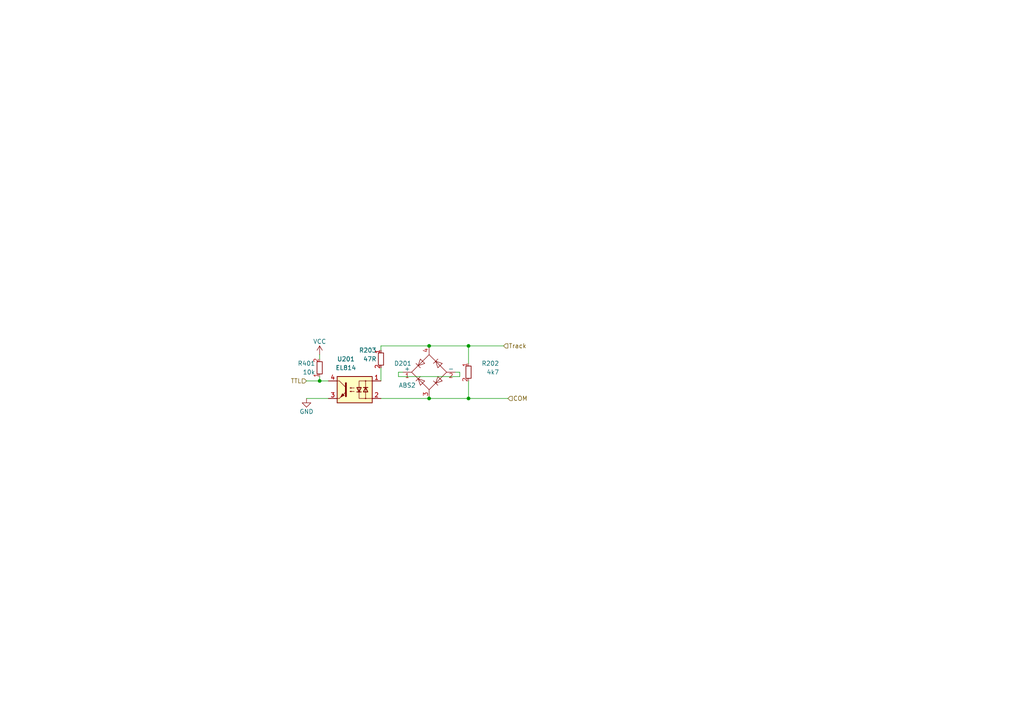
<source format=kicad_sch>
(kicad_sch (version 20231120) (generator "eeschema") (generator_version "8.0")
  (paper "A4")
  (lib_symbols
    (symbol "Diode_Bridge:ABS2" (pin_names (offset 0))
      (property "Reference" "D" (at 2.54 6.985 0))
      (property "Value" "ABS2" (at 2.54 5.08 0))
      (symbol "ABS2_0_1"
        (polyline (pts (xy -2.54 3.81) (xy -1.27 2.54)))
        (polyline (pts (xy -1.27 -2.54) (xy -2.54 -3.81)))
        (polyline (pts (xy 2.54 -1.27) (xy 3.81 -2.54)))
        (polyline (pts (xy 2.54 1.27) (xy 3.81 2.54)))
        (polyline (pts (xy -3.81 2.54) (xy -2.54 1.27) (xy -1.905 3.175) (xy -3.81 2.54)))
        (polyline (pts (xy -2.54 -1.27) (xy -3.81 -2.54) (xy -1.905 -3.175) (xy -2.54 -1.27)))
        (polyline (pts (xy 1.27 2.54) (xy 2.54 3.81) (xy 3.175 1.905) (xy 1.27 2.54)))
        (polyline (pts (xy 3.175 -1.905) (xy 1.27 -2.54) (xy 2.54 -3.81) (xy 3.175 -1.905)))
        (polyline (pts (xy -5.08 0) (xy 0 -5.08) (xy 5.08 0) (xy 0 5.08) (xy -5.08 0)))
      )
      (symbol "ABS2_1_1"
        (pin passive line (at 7.62 0 180) (length 2.54) (name "+") (number "1"))
        (pin passive line (at -7.62 0 0) (length 2.54) (name "-") (number "2"))
        (pin passive line (at 0 -7.62 90) (length 2.54) (name "~") (number "3"))
        (pin passive line (at 0 7.62 270) (length 2.54) (name "~") (number "4"))
      )
    )
    (symbol "custom_kicad_lib_sk:EL814S" (pin_names (offset 1.016))
      (property "Reference" "U" (at -5.334 4.826 0))
      (property "Value" "EL814" (at 0 5.08 0))
      (symbol "EL814S_0_1"
        (rectangle (start -5.08 3.81) (end 5.08 -3.81) (stroke (width 0.254)) (fill (type background)))
        (circle (center -3.175 -2.54) (radius 0.127))
        (circle (center -3.175 2.54) (radius 0.127))
        (polyline (pts (xy -3.81 0.635) (xy -2.54 0.635)) (stroke (width 0.254)))
        (polyline (pts (xy -3.175 -0.635) (xy -3.175 -2.54)))
        (polyline (pts (xy -3.175 0.635) (xy -3.175 -0.635)))
        (polyline (pts (xy -3.175 0.635) (xy -3.175 2.54)))
        (polyline (pts (xy -1.905 -0.635) (xy -0.635 -0.635)) (stroke (width 0.254)))
        (polyline (pts (xy -1.27 0.635) (xy -1.27 -0.635)))
        (polyline (pts (xy 2.54 0.635) (xy 4.445 2.54)))
        (polyline (pts (xy 4.445 -2.54) (xy 2.54 -0.635)) (fill (type outline)))
        (polyline (pts (xy 4.445 -2.54) (xy 5.08 -2.54)))
        (polyline (pts (xy 4.445 2.54) (xy 5.08 2.54)))
        (polyline (pts (xy -5.08 2.54) (xy -1.27 2.54) (xy -1.27 0.635)))
        (polyline (pts (xy -1.27 -0.635) (xy -1.27 -2.54) (xy -5.08 -2.54)))
        (polyline (pts (xy 2.54 1.905) (xy 2.54 -1.905) (xy 2.54 -1.905)) (stroke (width 0.508)))
        (polyline (pts (xy -3.175 0.635) (xy -3.81 -0.635) (xy -2.54 -0.635) (xy -3.175 0.635)) (stroke (width 0.254)))
        (polyline (pts (xy -1.27 -0.635) (xy -1.905 0.635) (xy -0.635 0.635) (xy -1.27 -0.635)) (stroke (width 0.254)))
        (polyline (pts (xy 0.127 -0.508) (xy 1.397 -0.508) (xy 1.016 -0.635) (xy 1.016 -0.381) (xy 1.397 -0.508)))
        (polyline (pts (xy 0.127 0.508) (xy 1.397 0.508) (xy 1.016 0.381) (xy 1.016 0.635) (xy 1.397 0.508)))
        (polyline (pts (xy 3.048 -1.651) (xy 3.556 -1.143) (xy 4.064 -2.159) (xy 3.048 -1.651) (xy 3.048 -1.651)) (fill (type outline)))
      )
      (symbol "EL814S_1_1"
        (pin passive line (at -7.62 2.54 0) (length 2.54) (name "~") (number "1"))
        (pin passive line (at -7.62 -2.54 0) (length 2.54) (name "~") (number "2"))
        (pin passive line (at 7.62 -2.54 180) (length 2.54) (name "~") (number "3"))
        (pin passive line (at 7.62 2.54 180) (length 2.54) (name "~") (number "4"))
      )
    )
    (symbol "power:GND" (power) (pin_names (offset 0))
      (property "Value" "GND" (at 0 -3.81 0))
      (symbol "GND_0_1"
        (polyline (pts (xy 0 0) (xy 0 -1.27) (xy 1.27 -1.27) (xy 0 -2.54) (xy -1.27 -1.27) (xy 0 -1.27)))
      )
      (symbol "GND_1_1"
        (pin power_in line (at 0 0 270) (length 0) hide (name "GND") (number "1"))
      )
    )
    (symbol "power:VCC" (power) (pin_numbers hide) (pin_names (offset 0) hide)
      (property "Value" "VCC" (at 0 3.556 0))
      (symbol "VCC_0_1"
        (polyline (pts (xy -0.762 1.27) (xy 0 2.54)))
        (polyline (pts (xy 0 0) (xy 0 2.54)))
        (polyline (pts (xy 0 2.54) (xy 0.762 1.27)))
      )
      (symbol "VCC_1_1"
        (pin power_in line (at 0 0 90) (length 0) (name "~") (number "1"))
      )
    )
    (symbol "resistors_0603:R_10k_0603"
      (property "Reference" "R" (at 1.27 2.54 0))
      (property "Value" "10k" (at 2.54 -2.54 0))
      (symbol "R_10k_0603_0_1"
        (rectangle (start -0.762 1.778) (end 0.762 -1.778) (stroke (width 0.2032)))
      )
      (symbol "R_10k_0603_1_1"
        (pin passive line (at 0 2.54 270) (length 0.762) (name "~") (number "1"))
        (pin passive line (at 0 -2.54 90) (length 0.762) (name "~") (number "2"))
      )
    )
    (symbol "resistors_0603:R_47R_0603"
      (property "Reference" "R" (at 1.27 2.54 0))
      (property "Value" "47R" (at 2.54 -2.54 0))
      (symbol "R_47R_0603_0_1"
        (rectangle (start -0.762 1.778) (end 0.762 -1.778) (stroke (width 0.2032)))
      )
      (symbol "R_47R_0603_1_1"
        (pin passive line (at 0 2.54 270) (length 0.762) (name "~") (number "1"))
        (pin passive line (at 0 -2.54 90) (length 0.762) (name "~") (number "2"))
      )
    )
    (symbol "resistors_0603:R_4k7_0603"
      (property "Reference" "R" (at 1.27 2.54 0))
      (property "Value" "4k7" (at 2.54 -2.54 0))
      (symbol "R_4k7_0603_0_1"
        (rectangle (start -0.762 1.778) (end 0.762 -1.778) (stroke (width 0.2032)))
      )
      (symbol "R_4k7_0603_1_1"
        (pin passive line (at 0 2.54 270) (length 0.762) (name "~") (number "1"))
        (pin passive line (at 0 -2.54 90) (length 0.762) (name "~") (number "2"))
      )
    )
  )
  (junction (at 124.46 100.33))
  (junction (at 124.46 115.57))
  (junction (at 135.89 100.33))
  (junction (at 92.71 110.49))
  (junction (at 135.89 115.57))
  (wire (pts (xy 133.35 109.22) (xy 115.57 109.22)))
  (wire (pts (xy 92.71 109.22) (xy 92.71 110.49)))
  (wire (pts (xy 110.49 100.33) (xy 124.46 100.33)))
  (wire (pts (xy 135.89 100.33) (xy 135.89 105.41)))
  (wire (pts (xy 135.89 100.33) (xy 124.46 100.33)))
  (wire (pts (xy 115.57 109.22) (xy 115.57 107.95)))
  (wire (pts (xy 110.49 106.68) (xy 110.49 110.49)))
  (wire (pts (xy 147.32 115.57) (xy 135.89 115.57)))
  (wire (pts (xy 135.89 115.57) (xy 124.46 115.57)))
  (wire (pts (xy 132.08 107.95) (xy 133.35 107.95)))
  (wire (pts (xy 95.25 115.57) (xy 88.9 115.57)))
  (wire (pts (xy 92.71 110.49) (xy 88.9 110.49)))
  (wire (pts (xy 116.84 107.95) (xy 115.57 107.95)))
  (wire (pts (xy 135.89 110.49) (xy 135.89 115.57)))
  (wire (pts (xy 124.46 115.57) (xy 110.49 115.57)))
  (wire (pts (xy 146.05 100.33) (xy 135.89 100.33)))
  (wire (pts (xy 133.35 107.95) (xy 133.35 109.22)))
  (wire (pts (xy 92.71 102.87) (xy 92.71 104.14)))
  (wire (pts (xy 110.49 100.33) (xy 110.49 101.6)))
  (wire (pts (xy 95.25 110.49) (xy 92.71 110.49)))
  (hierarchical_label "TTL" (shape input) (at 88.9 110.49 180))
  (hierarchical_label "COM" (shape input) (at 147.32 115.57 0))
  (hierarchical_label "Track" (shape input) (at 146.05 100.33 0))
  (symbol (lib_id "resistors_0603:R_4k7_0603") (at 135.89 107.95 0) (mirror y) (unit 1)
    (property "Reference" "R202" (at 144.78 105.41 0) (effects (justify left)))
    (property "Value" "4k7" (at 144.78 107.95 0) (effects (justify left)))
    (property "Footprint" "custom_kicad_lib_sk:R_0603_smalltext" (effects (hide yes)))
    (property "JLCPCB Part#" "C23162" (effects (hide yes)))
    (instances (project "OS-S88n" (path "" (reference "R202") (unit 1)) (path "" (reference "R402") (unit 1)) (path "" (reference "R502") (unit 1)) (path "" (reference "R602") (unit 1)) (path "" (reference "R702") (unit 1)) (path "" (reference "R802") (unit 1)) (path "" (reference "R902") (unit 1)) (path "" (reference "R1002") (unit 1)) (path "" (reference "R1102") (unit 1)) (path "" (reference "R1302") (unit 1)) (path "" (reference "R1402") (unit 1)) (path "" (reference "R1502") (unit 1)) (path "" (reference "R1602") (unit 1)) (path "" (reference "R1702") (unit 1)) (path "" (reference "R1802") (unit 1)) (path "" (reference "R1902") (unit 1))))
  )
  (symbol (lib_id "power:GND") (at 88.9 115.57 0) (mirror y) (unit 1)
    (property "Reference" "#PWR0202" (effects (hide yes)))
    (property "Value" "GND" (at 88.9 119.38 0))
    (instances (project "OS-S88n" (path "" (reference "#PWR0202") (unit 1)) (path "" (reference "#PWR0402") (unit 1)) (path "" (reference "#PWR0502") (unit 1)) (path "" (reference "#PWR0602") (unit 1)) (path "" (reference "#PWR0702") (unit 1)) (path "" (reference "#PWR0802") (unit 1)) (path "" (reference "#PWR0902") (unit 1)) (path "" (reference "#PWR01002") (unit 1)) (path "" (reference "#PWR01102") (unit 1)) (path "" (reference "#PWR01302") (unit 1)) (path "" (reference "#PWR01402") (unit 1)) (path "" (reference "#PWR01502") (unit 1)) (path "" (reference "#PWR01602") (unit 1)) (path "" (reference "#PWR01702") (unit 1)) (path "" (reference "#PWR01802") (unit 1)) (path "" (reference "#PWR01902") (unit 1))))
  )
  (symbol (lib_id "Diode_Bridge:ABS2") (at 124.46 107.95 0) (mirror y) (unit 1)
    (property "Reference" "D201" (at 116.84 105.41 0))
    (property "Value" "ABS2" (at 118.11 111.76 0))
    (property "Footprint" "Diode_SMD:Diode_Bridge_Diotec_ABS" (effects (hide yes)))
    (property "Datasheet" "https://diotec.com/tl_files/diotec/files/pdf/datasheets/abs2.pdf" (effects (hide yes)))
    (property "JLCPCB Part#" "C123897" (effects (hide yes)))
    (instances (project "OS-S88n" (path "" (reference "D201") (unit 1)) (path "" (reference "D401") (unit 1)) (path "" (reference "D501") (unit 1)) (path "" (reference "D601") (unit 1)) (path "" (reference "D701") (unit 1)) (path "" (reference "D801") (unit 1)) (path "" (reference "D901") (unit 1)) (path "" (reference "D1001") (unit 1)) (path "" (reference "D1101") (unit 1)) (path "" (reference "D1301") (unit 1)) (path "" (reference "D1401") (unit 1)) (path "" (reference "D1501") (unit 1)) (path "" (reference "D1601") (unit 1)) (path "" (reference "D1701") (unit 1)) (path "" (reference "D1801") (unit 1)) (path "" (reference "D1901") (unit 1))))
  )
  (symbol (lib_id "resistors_0603:R_47R_0603") (at 110.49 104.14 0) (mirror y) (unit 1)
    (property "Reference" "R203" (at 109.22 101.6 0) (effects (justify left)))
    (property "Value" "47R" (at 109.22 104.14 0) (effects (justify left)))
    (property "Footprint" "custom_kicad_lib_sk:R_0603_smalltext" (effects (hide yes)))
    (property "JLCPCB Part#" "C23182" (effects (hide yes)))
    (instances (project "OS-S88n" (path "" (reference "R203") (unit 1)) (path "" (reference "R403") (unit 1)) (path "" (reference "R503") (unit 1)) (path "" (reference "R603") (unit 1)) (path "" (reference "R703") (unit 1)) (path "" (reference "R803") (unit 1)) (path "" (reference "R903") (unit 1)) (path "" (reference "R1003") (unit 1)) (path "" (reference "R1103") (unit 1)) (path "" (reference "R1303") (unit 1)) (path "" (reference "R1403") (unit 1)) (path "" (reference "R1503") (unit 1)) (path "" (reference "R1603") (unit 1)) (path "" (reference "R1703") (unit 1)) (path "" (reference "R1803") (unit 1)) (path "" (reference "R1903") (unit 1))))
  )
  (symbol (lib_id "power:VCC") (at 92.71 102.87 0) (mirror y) (unit 1)
    (property "Reference" "#PWR0401" (effects (hide yes)))
    (property "Value" "VCC" (at 92.71 99.06 0))
    (property "Description" "Power symbol creates a global label with name \"VCC\"" (effects (hide yes)))
    (instances (project "OS-S88n" (path "" (reference "#PWR0401") (unit 1)) (path "" (reference "#PWR0501") (unit 1)) (path "" (reference "#PWR0601") (unit 1)) (path "" (reference "#PWR0701") (unit 1)) (path "" (reference "#PWR0801") (unit 1)) (path "" (reference "#PWR0901") (unit 1)) (path "" (reference "#PWR01001") (unit 1)) (path "" (reference "#PWR01101") (unit 1)) (path "" (reference "#PWR01301") (unit 1)) (path "" (reference "#PWR01401") (unit 1)) (path "" (reference "#PWR01501") (unit 1)) (path "" (reference "#PWR01601") (unit 1)) (path "" (reference "#PWR01701") (unit 1)) (path "" (reference "#PWR01801") (unit 1)) (path "" (reference "#PWR01901") (unit 1)) (path "" (reference "#PWR0201") (unit 1))))
  )
  (symbol (lib_id "resistors_0603:R_10k_0603") (at 92.71 106.68 0) (mirror x) (unit 1)
    (property "Reference" "R401" (at 91.44 105.41 0) (effects (justify right)))
    (property "Value" "10k" (at 91.44 107.95 0) (effects (justify right)))
    (property "Footprint" "custom_kicad_lib_sk:R_0603_smalltext" (effects (hide yes)))
    (property "JLCPCB Part#" "C25804" (effects (hide yes)))
    (instances (project "OS-S88n" (path "" (reference "R401") (unit 1)) (path "" (reference "R501") (unit 1)) (path "" (reference "R601") (unit 1)) (path "" (reference "R701") (unit 1)) (path "" (reference "R801") (unit 1)) (path "" (reference "R901") (unit 1)) (path "" (reference "R1001") (unit 1)) (path "" (reference "R1101") (unit 1)) (path "" (reference "R1301") (unit 1)) (path "" (reference "R1401") (unit 1)) (path "" (reference "R1501") (unit 1)) (path "" (reference "R1601") (unit 1)) (path "" (reference "R1701") (unit 1)) (path "" (reference "R1801") (unit 1)) (path "" (reference "R1901") (unit 1)) (path "" (reference "R201") (unit 1))))
  )
  (symbol (lib_id "custom_kicad_lib_sk:EL814S") (at 102.87 113.03 0) (mirror y) (unit 1)
    (property "Reference" "U201" (at 100.33 104.14 0))
    (property "Value" "EL814" (at 100.33 106.68 0))
    (property "Footprint" "Package_DIP:SMDIP-4_W9.53mm" (effects (hide yes)))
    (property "Datasheet" "http://www.everlight.com/file/ProductFile/EL814.pdf" (effects (hide yes)))
    (property "JLCPCB Part#" "C500388" (effects (hide yes)))
    (instances (project "OS-S88n" (path "" (reference "U201") (unit 1)) (path "" (reference "U401") (unit 1)) (path "" (reference "U501") (unit 1)) (path "" (reference "U601") (unit 1)) (path "" (reference "U701") (unit 1)) (path "" (reference "U801") (unit 1)) (path "" (reference "U901") (unit 1)) (path "" (reference "U1001") (unit 1)) (path "" (reference "U1101") (unit 1)) (path "" (reference "U1301") (unit 1)) (path "" (reference "U1401") (unit 1)) (path "" (reference "U1501") (unit 1)) (path "" (reference "U1601") (unit 1)) (path "" (reference "U1701") (unit 1)) (path "" (reference "U1801") (unit 1)) (path "" (reference "U1901") (unit 1))))
  )
)
</source>
